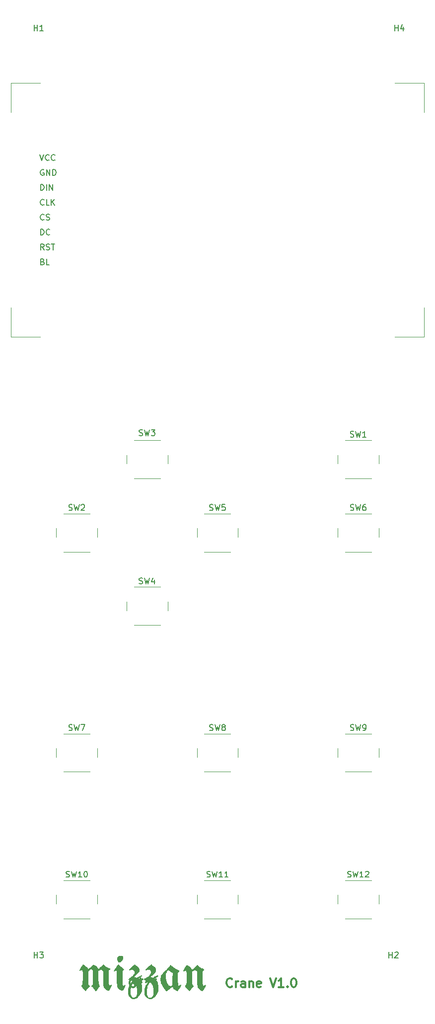
<source format=gbr>
%TF.GenerationSoftware,KiCad,Pcbnew,(6.0.8)*%
%TF.CreationDate,2022-11-03T00:25:58+01:00*%
%TF.ProjectId,crane,6372616e-652e-46b6-9963-61645f706362,rev?*%
%TF.SameCoordinates,Original*%
%TF.FileFunction,Legend,Top*%
%TF.FilePolarity,Positive*%
%FSLAX46Y46*%
G04 Gerber Fmt 4.6, Leading zero omitted, Abs format (unit mm)*
G04 Created by KiCad (PCBNEW (6.0.8)) date 2022-11-03 00:25:58*
%MOMM*%
%LPD*%
G01*
G04 APERTURE LIST*
%ADD10C,0.300000*%
%ADD11C,0.150000*%
%ADD12C,0.120000*%
G04 APERTURE END LIST*
D10*
X152500000Y-251285714D02*
X152428571Y-251357142D01*
X152214285Y-251428571D01*
X152071428Y-251428571D01*
X151857142Y-251357142D01*
X151714285Y-251214285D01*
X151642857Y-251071428D01*
X151571428Y-250785714D01*
X151571428Y-250571428D01*
X151642857Y-250285714D01*
X151714285Y-250142857D01*
X151857142Y-250000000D01*
X152071428Y-249928571D01*
X152214285Y-249928571D01*
X152428571Y-250000000D01*
X152500000Y-250071428D01*
X153142857Y-251428571D02*
X153142857Y-250428571D01*
X153142857Y-250714285D02*
X153214285Y-250571428D01*
X153285714Y-250500000D01*
X153428571Y-250428571D01*
X153571428Y-250428571D01*
X154714285Y-251428571D02*
X154714285Y-250642857D01*
X154642857Y-250500000D01*
X154500000Y-250428571D01*
X154214285Y-250428571D01*
X154071428Y-250500000D01*
X154714285Y-251357142D02*
X154571428Y-251428571D01*
X154214285Y-251428571D01*
X154071428Y-251357142D01*
X154000000Y-251214285D01*
X154000000Y-251071428D01*
X154071428Y-250928571D01*
X154214285Y-250857142D01*
X154571428Y-250857142D01*
X154714285Y-250785714D01*
X155428571Y-250428571D02*
X155428571Y-251428571D01*
X155428571Y-250571428D02*
X155500000Y-250500000D01*
X155642857Y-250428571D01*
X155857142Y-250428571D01*
X156000000Y-250500000D01*
X156071428Y-250642857D01*
X156071428Y-251428571D01*
X157357142Y-251357142D02*
X157214285Y-251428571D01*
X156928571Y-251428571D01*
X156785714Y-251357142D01*
X156714285Y-251214285D01*
X156714285Y-250642857D01*
X156785714Y-250500000D01*
X156928571Y-250428571D01*
X157214285Y-250428571D01*
X157357142Y-250500000D01*
X157428571Y-250642857D01*
X157428571Y-250785714D01*
X156714285Y-250928571D01*
X159000000Y-249928571D02*
X159500000Y-251428571D01*
X160000000Y-249928571D01*
X161285714Y-251428571D02*
X160428571Y-251428571D01*
X160857142Y-251428571D02*
X160857142Y-249928571D01*
X160714285Y-250142857D01*
X160571428Y-250285714D01*
X160428571Y-250357142D01*
X161928571Y-251285714D02*
X162000000Y-251357142D01*
X161928571Y-251428571D01*
X161857142Y-251357142D01*
X161928571Y-251285714D01*
X161928571Y-251428571D01*
X162928571Y-249928571D02*
X163071428Y-249928571D01*
X163214285Y-250000000D01*
X163285714Y-250071428D01*
X163357142Y-250214285D01*
X163428571Y-250500000D01*
X163428571Y-250857142D01*
X163357142Y-251142857D01*
X163285714Y-251285714D01*
X163214285Y-251357142D01*
X163071428Y-251428571D01*
X162928571Y-251428571D01*
X162785714Y-251357142D01*
X162714285Y-251285714D01*
X162642857Y-251142857D01*
X162571428Y-250857142D01*
X162571428Y-250500000D01*
X162642857Y-250214285D01*
X162714285Y-250071428D01*
X162785714Y-250000000D01*
X162928571Y-249928571D01*
%TO.C,G\u002A\u002A\u002A*%
X135907428Y-249988000D02*
X135762285Y-249915428D01*
X135544571Y-249915428D01*
X135326857Y-249988000D01*
X135181714Y-250133142D01*
X135109142Y-250278285D01*
X135036571Y-250568571D01*
X135036571Y-250786285D01*
X135109142Y-251076571D01*
X135181714Y-251221714D01*
X135326857Y-251366857D01*
X135544571Y-251439428D01*
X135689714Y-251439428D01*
X135907428Y-251366857D01*
X135980000Y-251294285D01*
X135980000Y-250786285D01*
X135689714Y-250786285D01*
X136850857Y-249915428D02*
X136850857Y-250278285D01*
X136488000Y-250133142D02*
X136850857Y-250278285D01*
X137213714Y-250133142D01*
X136633142Y-250568571D02*
X136850857Y-250278285D01*
X137068571Y-250568571D01*
X138012000Y-249915428D02*
X138012000Y-250278285D01*
X137649142Y-250133142D02*
X138012000Y-250278285D01*
X138374857Y-250133142D01*
X137794285Y-250568571D02*
X138012000Y-250278285D01*
X138229714Y-250568571D01*
X139173142Y-249915428D02*
X139173142Y-250278285D01*
X138810285Y-250133142D02*
X139173142Y-250278285D01*
X139536000Y-250133142D01*
X138955428Y-250568571D02*
X139173142Y-250278285D01*
X139390857Y-250568571D01*
D11*
%TO.C,U1*%
X119855595Y-123262380D02*
X119855595Y-122262380D01*
X120093690Y-122262380D01*
X120236547Y-122310000D01*
X120331785Y-122405238D01*
X120379404Y-122500476D01*
X120427023Y-122690952D01*
X120427023Y-122833809D01*
X120379404Y-123024285D01*
X120331785Y-123119523D01*
X120236547Y-123214761D01*
X120093690Y-123262380D01*
X119855595Y-123262380D01*
X121427023Y-123167142D02*
X121379404Y-123214761D01*
X121236547Y-123262380D01*
X121141309Y-123262380D01*
X120998452Y-123214761D01*
X120903214Y-123119523D01*
X120855595Y-123024285D01*
X120807976Y-122833809D01*
X120807976Y-122690952D01*
X120855595Y-122500476D01*
X120903214Y-122405238D01*
X120998452Y-122310000D01*
X121141309Y-122262380D01*
X121236547Y-122262380D01*
X121379404Y-122310000D01*
X121427023Y-122357619D01*
X120427023Y-125802380D02*
X120093690Y-125326190D01*
X119855595Y-125802380D02*
X119855595Y-124802380D01*
X120236547Y-124802380D01*
X120331785Y-124850000D01*
X120379404Y-124897619D01*
X120427023Y-124992857D01*
X120427023Y-125135714D01*
X120379404Y-125230952D01*
X120331785Y-125278571D01*
X120236547Y-125326190D01*
X119855595Y-125326190D01*
X120807976Y-125754761D02*
X120950833Y-125802380D01*
X121188928Y-125802380D01*
X121284166Y-125754761D01*
X121331785Y-125707142D01*
X121379404Y-125611904D01*
X121379404Y-125516666D01*
X121331785Y-125421428D01*
X121284166Y-125373809D01*
X121188928Y-125326190D01*
X120998452Y-125278571D01*
X120903214Y-125230952D01*
X120855595Y-125183333D01*
X120807976Y-125088095D01*
X120807976Y-124992857D01*
X120855595Y-124897619D01*
X120903214Y-124850000D01*
X120998452Y-124802380D01*
X121236547Y-124802380D01*
X121379404Y-124850000D01*
X121665119Y-124802380D02*
X122236547Y-124802380D01*
X121950833Y-125802380D02*
X121950833Y-124802380D01*
X119712738Y-109562380D02*
X120046071Y-110562380D01*
X120379404Y-109562380D01*
X121284166Y-110467142D02*
X121236547Y-110514761D01*
X121093690Y-110562380D01*
X120998452Y-110562380D01*
X120855595Y-110514761D01*
X120760357Y-110419523D01*
X120712738Y-110324285D01*
X120665119Y-110133809D01*
X120665119Y-109990952D01*
X120712738Y-109800476D01*
X120760357Y-109705238D01*
X120855595Y-109610000D01*
X120998452Y-109562380D01*
X121093690Y-109562380D01*
X121236547Y-109610000D01*
X121284166Y-109657619D01*
X122284166Y-110467142D02*
X122236547Y-110514761D01*
X122093690Y-110562380D01*
X121998452Y-110562380D01*
X121855595Y-110514761D01*
X121760357Y-110419523D01*
X121712738Y-110324285D01*
X121665119Y-110133809D01*
X121665119Y-109990952D01*
X121712738Y-109800476D01*
X121760357Y-109705238D01*
X121855595Y-109610000D01*
X121998452Y-109562380D01*
X122093690Y-109562380D01*
X122236547Y-109610000D01*
X122284166Y-109657619D01*
X120188928Y-127818571D02*
X120331785Y-127866190D01*
X120379404Y-127913809D01*
X120427023Y-128009047D01*
X120427023Y-128151904D01*
X120379404Y-128247142D01*
X120331785Y-128294761D01*
X120236547Y-128342380D01*
X119855595Y-128342380D01*
X119855595Y-127342380D01*
X120188928Y-127342380D01*
X120284166Y-127390000D01*
X120331785Y-127437619D01*
X120379404Y-127532857D01*
X120379404Y-127628095D01*
X120331785Y-127723333D01*
X120284166Y-127770952D01*
X120188928Y-127818571D01*
X119855595Y-127818571D01*
X121331785Y-128342380D02*
X120855595Y-128342380D01*
X120855595Y-127342380D01*
X120427023Y-120627142D02*
X120379404Y-120674761D01*
X120236547Y-120722380D01*
X120141309Y-120722380D01*
X119998452Y-120674761D01*
X119903214Y-120579523D01*
X119855595Y-120484285D01*
X119807976Y-120293809D01*
X119807976Y-120150952D01*
X119855595Y-119960476D01*
X119903214Y-119865238D01*
X119998452Y-119770000D01*
X120141309Y-119722380D01*
X120236547Y-119722380D01*
X120379404Y-119770000D01*
X120427023Y-119817619D01*
X120807976Y-120674761D02*
X120950833Y-120722380D01*
X121188928Y-120722380D01*
X121284166Y-120674761D01*
X121331785Y-120627142D01*
X121379404Y-120531904D01*
X121379404Y-120436666D01*
X121331785Y-120341428D01*
X121284166Y-120293809D01*
X121188928Y-120246190D01*
X120998452Y-120198571D01*
X120903214Y-120150952D01*
X120855595Y-120103333D01*
X120807976Y-120008095D01*
X120807976Y-119912857D01*
X120855595Y-119817619D01*
X120903214Y-119770000D01*
X120998452Y-119722380D01*
X121236547Y-119722380D01*
X121379404Y-119770000D01*
X120379404Y-112160000D02*
X120284166Y-112112380D01*
X120141309Y-112112380D01*
X119998452Y-112160000D01*
X119903214Y-112255238D01*
X119855595Y-112350476D01*
X119807976Y-112540952D01*
X119807976Y-112683809D01*
X119855595Y-112874285D01*
X119903214Y-112969523D01*
X119998452Y-113064761D01*
X120141309Y-113112380D01*
X120236547Y-113112380D01*
X120379404Y-113064761D01*
X120427023Y-113017142D01*
X120427023Y-112683809D01*
X120236547Y-112683809D01*
X120855595Y-113112380D02*
X120855595Y-112112380D01*
X121427023Y-113112380D01*
X121427023Y-112112380D01*
X121903214Y-113112380D02*
X121903214Y-112112380D01*
X122141309Y-112112380D01*
X122284166Y-112160000D01*
X122379404Y-112255238D01*
X122427023Y-112350476D01*
X122474642Y-112540952D01*
X122474642Y-112683809D01*
X122427023Y-112874285D01*
X122379404Y-112969523D01*
X122284166Y-113064761D01*
X122141309Y-113112380D01*
X121903214Y-113112380D01*
X120427023Y-118087142D02*
X120379404Y-118134761D01*
X120236547Y-118182380D01*
X120141309Y-118182380D01*
X119998452Y-118134761D01*
X119903214Y-118039523D01*
X119855595Y-117944285D01*
X119807976Y-117753809D01*
X119807976Y-117610952D01*
X119855595Y-117420476D01*
X119903214Y-117325238D01*
X119998452Y-117230000D01*
X120141309Y-117182380D01*
X120236547Y-117182380D01*
X120379404Y-117230000D01*
X120427023Y-117277619D01*
X121331785Y-118182380D02*
X120855595Y-118182380D01*
X120855595Y-117182380D01*
X121665119Y-118182380D02*
X121665119Y-117182380D01*
X122236547Y-118182380D02*
X121807976Y-117610952D01*
X122236547Y-117182380D02*
X121665119Y-117753809D01*
X119855595Y-115642380D02*
X119855595Y-114642380D01*
X120093690Y-114642380D01*
X120236547Y-114690000D01*
X120331785Y-114785238D01*
X120379404Y-114880476D01*
X120427023Y-115070952D01*
X120427023Y-115213809D01*
X120379404Y-115404285D01*
X120331785Y-115499523D01*
X120236547Y-115594761D01*
X120093690Y-115642380D01*
X119855595Y-115642380D01*
X120855595Y-115642380D02*
X120855595Y-114642380D01*
X121331785Y-115642380D02*
X121331785Y-114642380D01*
X121903214Y-115642380D01*
X121903214Y-114642380D01*
%TO.C,SW11*%
X148190476Y-232654761D02*
X148333333Y-232702380D01*
X148571428Y-232702380D01*
X148666666Y-232654761D01*
X148714285Y-232607142D01*
X148761904Y-232511904D01*
X148761904Y-232416666D01*
X148714285Y-232321428D01*
X148666666Y-232273809D01*
X148571428Y-232226190D01*
X148380952Y-232178571D01*
X148285714Y-232130952D01*
X148238095Y-232083333D01*
X148190476Y-231988095D01*
X148190476Y-231892857D01*
X148238095Y-231797619D01*
X148285714Y-231750000D01*
X148380952Y-231702380D01*
X148619047Y-231702380D01*
X148761904Y-231750000D01*
X149095238Y-231702380D02*
X149333333Y-232702380D01*
X149523809Y-231988095D01*
X149714285Y-232702380D01*
X149952380Y-231702380D01*
X150857142Y-232702380D02*
X150285714Y-232702380D01*
X150571428Y-232702380D02*
X150571428Y-231702380D01*
X150476190Y-231845238D01*
X150380952Y-231940476D01*
X150285714Y-231988095D01*
X151809523Y-232702380D02*
X151238095Y-232702380D01*
X151523809Y-232702380D02*
X151523809Y-231702380D01*
X151428571Y-231845238D01*
X151333333Y-231940476D01*
X151238095Y-231988095D01*
%TO.C,SW5*%
X148666666Y-170154761D02*
X148809523Y-170202380D01*
X149047619Y-170202380D01*
X149142857Y-170154761D01*
X149190476Y-170107142D01*
X149238095Y-170011904D01*
X149238095Y-169916666D01*
X149190476Y-169821428D01*
X149142857Y-169773809D01*
X149047619Y-169726190D01*
X148857142Y-169678571D01*
X148761904Y-169630952D01*
X148714285Y-169583333D01*
X148666666Y-169488095D01*
X148666666Y-169392857D01*
X148714285Y-169297619D01*
X148761904Y-169250000D01*
X148857142Y-169202380D01*
X149095238Y-169202380D01*
X149238095Y-169250000D01*
X149571428Y-169202380D02*
X149809523Y-170202380D01*
X150000000Y-169488095D01*
X150190476Y-170202380D01*
X150428571Y-169202380D01*
X151285714Y-169202380D02*
X150809523Y-169202380D01*
X150761904Y-169678571D01*
X150809523Y-169630952D01*
X150904761Y-169583333D01*
X151142857Y-169583333D01*
X151238095Y-169630952D01*
X151285714Y-169678571D01*
X151333333Y-169773809D01*
X151333333Y-170011904D01*
X151285714Y-170107142D01*
X151238095Y-170154761D01*
X151142857Y-170202380D01*
X150904761Y-170202380D01*
X150809523Y-170154761D01*
X150761904Y-170107142D01*
%TO.C,SW8*%
X148666666Y-207654761D02*
X148809523Y-207702380D01*
X149047619Y-207702380D01*
X149142857Y-207654761D01*
X149190476Y-207607142D01*
X149238095Y-207511904D01*
X149238095Y-207416666D01*
X149190476Y-207321428D01*
X149142857Y-207273809D01*
X149047619Y-207226190D01*
X148857142Y-207178571D01*
X148761904Y-207130952D01*
X148714285Y-207083333D01*
X148666666Y-206988095D01*
X148666666Y-206892857D01*
X148714285Y-206797619D01*
X148761904Y-206750000D01*
X148857142Y-206702380D01*
X149095238Y-206702380D01*
X149238095Y-206750000D01*
X149571428Y-206702380D02*
X149809523Y-207702380D01*
X150000000Y-206988095D01*
X150190476Y-207702380D01*
X150428571Y-206702380D01*
X150952380Y-207130952D02*
X150857142Y-207083333D01*
X150809523Y-207035714D01*
X150761904Y-206940476D01*
X150761904Y-206892857D01*
X150809523Y-206797619D01*
X150857142Y-206750000D01*
X150952380Y-206702380D01*
X151142857Y-206702380D01*
X151238095Y-206750000D01*
X151285714Y-206797619D01*
X151333333Y-206892857D01*
X151333333Y-206940476D01*
X151285714Y-207035714D01*
X151238095Y-207083333D01*
X151142857Y-207130952D01*
X150952380Y-207130952D01*
X150857142Y-207178571D01*
X150809523Y-207226190D01*
X150761904Y-207321428D01*
X150761904Y-207511904D01*
X150809523Y-207607142D01*
X150857142Y-207654761D01*
X150952380Y-207702380D01*
X151142857Y-207702380D01*
X151238095Y-207654761D01*
X151285714Y-207607142D01*
X151333333Y-207511904D01*
X151333333Y-207321428D01*
X151285714Y-207226190D01*
X151238095Y-207178571D01*
X151142857Y-207130952D01*
%TO.C,H2*%
X179238095Y-246452380D02*
X179238095Y-245452380D01*
X179238095Y-245928571D02*
X179809523Y-245928571D01*
X179809523Y-246452380D02*
X179809523Y-245452380D01*
X180238095Y-245547619D02*
X180285714Y-245500000D01*
X180380952Y-245452380D01*
X180619047Y-245452380D01*
X180714285Y-245500000D01*
X180761904Y-245547619D01*
X180809523Y-245642857D01*
X180809523Y-245738095D01*
X180761904Y-245880952D01*
X180190476Y-246452380D01*
X180809523Y-246452380D01*
%TO.C,SW10*%
X124190476Y-232654761D02*
X124333333Y-232702380D01*
X124571428Y-232702380D01*
X124666666Y-232654761D01*
X124714285Y-232607142D01*
X124761904Y-232511904D01*
X124761904Y-232416666D01*
X124714285Y-232321428D01*
X124666666Y-232273809D01*
X124571428Y-232226190D01*
X124380952Y-232178571D01*
X124285714Y-232130952D01*
X124238095Y-232083333D01*
X124190476Y-231988095D01*
X124190476Y-231892857D01*
X124238095Y-231797619D01*
X124285714Y-231750000D01*
X124380952Y-231702380D01*
X124619047Y-231702380D01*
X124761904Y-231750000D01*
X125095238Y-231702380D02*
X125333333Y-232702380D01*
X125523809Y-231988095D01*
X125714285Y-232702380D01*
X125952380Y-231702380D01*
X126857142Y-232702380D02*
X126285714Y-232702380D01*
X126571428Y-232702380D02*
X126571428Y-231702380D01*
X126476190Y-231845238D01*
X126380952Y-231940476D01*
X126285714Y-231988095D01*
X127476190Y-231702380D02*
X127571428Y-231702380D01*
X127666666Y-231750000D01*
X127714285Y-231797619D01*
X127761904Y-231892857D01*
X127809523Y-232083333D01*
X127809523Y-232321428D01*
X127761904Y-232511904D01*
X127714285Y-232607142D01*
X127666666Y-232654761D01*
X127571428Y-232702380D01*
X127476190Y-232702380D01*
X127380952Y-232654761D01*
X127333333Y-232607142D01*
X127285714Y-232511904D01*
X127238095Y-232321428D01*
X127238095Y-232083333D01*
X127285714Y-231892857D01*
X127333333Y-231797619D01*
X127380952Y-231750000D01*
X127476190Y-231702380D01*
%TO.C,H3*%
X118738095Y-246452380D02*
X118738095Y-245452380D01*
X118738095Y-245928571D02*
X119309523Y-245928571D01*
X119309523Y-246452380D02*
X119309523Y-245452380D01*
X119690476Y-245452380D02*
X120309523Y-245452380D01*
X119976190Y-245833333D01*
X120119047Y-245833333D01*
X120214285Y-245880952D01*
X120261904Y-245928571D01*
X120309523Y-246023809D01*
X120309523Y-246261904D01*
X120261904Y-246357142D01*
X120214285Y-246404761D01*
X120119047Y-246452380D01*
X119833333Y-246452380D01*
X119738095Y-246404761D01*
X119690476Y-246357142D01*
%TO.C,SW12*%
X172190476Y-232654761D02*
X172333333Y-232702380D01*
X172571428Y-232702380D01*
X172666666Y-232654761D01*
X172714285Y-232607142D01*
X172761904Y-232511904D01*
X172761904Y-232416666D01*
X172714285Y-232321428D01*
X172666666Y-232273809D01*
X172571428Y-232226190D01*
X172380952Y-232178571D01*
X172285714Y-232130952D01*
X172238095Y-232083333D01*
X172190476Y-231988095D01*
X172190476Y-231892857D01*
X172238095Y-231797619D01*
X172285714Y-231750000D01*
X172380952Y-231702380D01*
X172619047Y-231702380D01*
X172761904Y-231750000D01*
X173095238Y-231702380D02*
X173333333Y-232702380D01*
X173523809Y-231988095D01*
X173714285Y-232702380D01*
X173952380Y-231702380D01*
X174857142Y-232702380D02*
X174285714Y-232702380D01*
X174571428Y-232702380D02*
X174571428Y-231702380D01*
X174476190Y-231845238D01*
X174380952Y-231940476D01*
X174285714Y-231988095D01*
X175238095Y-231797619D02*
X175285714Y-231750000D01*
X175380952Y-231702380D01*
X175619047Y-231702380D01*
X175714285Y-231750000D01*
X175761904Y-231797619D01*
X175809523Y-231892857D01*
X175809523Y-231988095D01*
X175761904Y-232130952D01*
X175190476Y-232702380D01*
X175809523Y-232702380D01*
%TO.C,SW1*%
X172666666Y-157654761D02*
X172809523Y-157702380D01*
X173047619Y-157702380D01*
X173142857Y-157654761D01*
X173190476Y-157607142D01*
X173238095Y-157511904D01*
X173238095Y-157416666D01*
X173190476Y-157321428D01*
X173142857Y-157273809D01*
X173047619Y-157226190D01*
X172857142Y-157178571D01*
X172761904Y-157130952D01*
X172714285Y-157083333D01*
X172666666Y-156988095D01*
X172666666Y-156892857D01*
X172714285Y-156797619D01*
X172761904Y-156750000D01*
X172857142Y-156702380D01*
X173095238Y-156702380D01*
X173238095Y-156750000D01*
X173571428Y-156702380D02*
X173809523Y-157702380D01*
X174000000Y-156988095D01*
X174190476Y-157702380D01*
X174428571Y-156702380D01*
X175333333Y-157702380D02*
X174761904Y-157702380D01*
X175047619Y-157702380D02*
X175047619Y-156702380D01*
X174952380Y-156845238D01*
X174857142Y-156940476D01*
X174761904Y-156988095D01*
%TO.C,H4*%
X180238095Y-88452380D02*
X180238095Y-87452380D01*
X180238095Y-87928571D02*
X180809523Y-87928571D01*
X180809523Y-88452380D02*
X180809523Y-87452380D01*
X181714285Y-87785714D02*
X181714285Y-88452380D01*
X181476190Y-87404761D02*
X181238095Y-88119047D01*
X181857142Y-88119047D01*
%TO.C,SW3*%
X136666666Y-157404761D02*
X136809523Y-157452380D01*
X137047619Y-157452380D01*
X137142857Y-157404761D01*
X137190476Y-157357142D01*
X137238095Y-157261904D01*
X137238095Y-157166666D01*
X137190476Y-157071428D01*
X137142857Y-157023809D01*
X137047619Y-156976190D01*
X136857142Y-156928571D01*
X136761904Y-156880952D01*
X136714285Y-156833333D01*
X136666666Y-156738095D01*
X136666666Y-156642857D01*
X136714285Y-156547619D01*
X136761904Y-156500000D01*
X136857142Y-156452380D01*
X137095238Y-156452380D01*
X137238095Y-156500000D01*
X137571428Y-156452380D02*
X137809523Y-157452380D01*
X138000000Y-156738095D01*
X138190476Y-157452380D01*
X138428571Y-156452380D01*
X138714285Y-156452380D02*
X139333333Y-156452380D01*
X139000000Y-156833333D01*
X139142857Y-156833333D01*
X139238095Y-156880952D01*
X139285714Y-156928571D01*
X139333333Y-157023809D01*
X139333333Y-157261904D01*
X139285714Y-157357142D01*
X139238095Y-157404761D01*
X139142857Y-157452380D01*
X138857142Y-157452380D01*
X138761904Y-157404761D01*
X138714285Y-157357142D01*
%TO.C,SW9*%
X172666666Y-207654761D02*
X172809523Y-207702380D01*
X173047619Y-207702380D01*
X173142857Y-207654761D01*
X173190476Y-207607142D01*
X173238095Y-207511904D01*
X173238095Y-207416666D01*
X173190476Y-207321428D01*
X173142857Y-207273809D01*
X173047619Y-207226190D01*
X172857142Y-207178571D01*
X172761904Y-207130952D01*
X172714285Y-207083333D01*
X172666666Y-206988095D01*
X172666666Y-206892857D01*
X172714285Y-206797619D01*
X172761904Y-206750000D01*
X172857142Y-206702380D01*
X173095238Y-206702380D01*
X173238095Y-206750000D01*
X173571428Y-206702380D02*
X173809523Y-207702380D01*
X174000000Y-206988095D01*
X174190476Y-207702380D01*
X174428571Y-206702380D01*
X174857142Y-207702380D02*
X175047619Y-207702380D01*
X175142857Y-207654761D01*
X175190476Y-207607142D01*
X175285714Y-207464285D01*
X175333333Y-207273809D01*
X175333333Y-206892857D01*
X175285714Y-206797619D01*
X175238095Y-206750000D01*
X175142857Y-206702380D01*
X174952380Y-206702380D01*
X174857142Y-206750000D01*
X174809523Y-206797619D01*
X174761904Y-206892857D01*
X174761904Y-207130952D01*
X174809523Y-207226190D01*
X174857142Y-207273809D01*
X174952380Y-207321428D01*
X175142857Y-207321428D01*
X175238095Y-207273809D01*
X175285714Y-207226190D01*
X175333333Y-207130952D01*
%TO.C,SW2*%
X124666666Y-170154761D02*
X124809523Y-170202380D01*
X125047619Y-170202380D01*
X125142857Y-170154761D01*
X125190476Y-170107142D01*
X125238095Y-170011904D01*
X125238095Y-169916666D01*
X125190476Y-169821428D01*
X125142857Y-169773809D01*
X125047619Y-169726190D01*
X124857142Y-169678571D01*
X124761904Y-169630952D01*
X124714285Y-169583333D01*
X124666666Y-169488095D01*
X124666666Y-169392857D01*
X124714285Y-169297619D01*
X124761904Y-169250000D01*
X124857142Y-169202380D01*
X125095238Y-169202380D01*
X125238095Y-169250000D01*
X125571428Y-169202380D02*
X125809523Y-170202380D01*
X126000000Y-169488095D01*
X126190476Y-170202380D01*
X126428571Y-169202380D01*
X126761904Y-169297619D02*
X126809523Y-169250000D01*
X126904761Y-169202380D01*
X127142857Y-169202380D01*
X127238095Y-169250000D01*
X127285714Y-169297619D01*
X127333333Y-169392857D01*
X127333333Y-169488095D01*
X127285714Y-169630952D01*
X126714285Y-170202380D01*
X127333333Y-170202380D01*
%TO.C,SW7*%
X124666666Y-207654761D02*
X124809523Y-207702380D01*
X125047619Y-207702380D01*
X125142857Y-207654761D01*
X125190476Y-207607142D01*
X125238095Y-207511904D01*
X125238095Y-207416666D01*
X125190476Y-207321428D01*
X125142857Y-207273809D01*
X125047619Y-207226190D01*
X124857142Y-207178571D01*
X124761904Y-207130952D01*
X124714285Y-207083333D01*
X124666666Y-206988095D01*
X124666666Y-206892857D01*
X124714285Y-206797619D01*
X124761904Y-206750000D01*
X124857142Y-206702380D01*
X125095238Y-206702380D01*
X125238095Y-206750000D01*
X125571428Y-206702380D02*
X125809523Y-207702380D01*
X126000000Y-206988095D01*
X126190476Y-207702380D01*
X126428571Y-206702380D01*
X126714285Y-206702380D02*
X127380952Y-206702380D01*
X126952380Y-207702380D01*
%TO.C,H1*%
X118738095Y-88452380D02*
X118738095Y-87452380D01*
X118738095Y-87928571D02*
X119309523Y-87928571D01*
X119309523Y-88452380D02*
X119309523Y-87452380D01*
X120309523Y-88452380D02*
X119738095Y-88452380D01*
X120023809Y-88452380D02*
X120023809Y-87452380D01*
X119928571Y-87595238D01*
X119833333Y-87690476D01*
X119738095Y-87738095D01*
%TO.C,SW4*%
X136666666Y-182654761D02*
X136809523Y-182702380D01*
X137047619Y-182702380D01*
X137142857Y-182654761D01*
X137190476Y-182607142D01*
X137238095Y-182511904D01*
X137238095Y-182416666D01*
X137190476Y-182321428D01*
X137142857Y-182273809D01*
X137047619Y-182226190D01*
X136857142Y-182178571D01*
X136761904Y-182130952D01*
X136714285Y-182083333D01*
X136666666Y-181988095D01*
X136666666Y-181892857D01*
X136714285Y-181797619D01*
X136761904Y-181750000D01*
X136857142Y-181702380D01*
X137095238Y-181702380D01*
X137238095Y-181750000D01*
X137571428Y-181702380D02*
X137809523Y-182702380D01*
X138000000Y-181988095D01*
X138190476Y-182702380D01*
X138428571Y-181702380D01*
X139238095Y-182035714D02*
X139238095Y-182702380D01*
X139000000Y-181654761D02*
X138761904Y-182369047D01*
X139380952Y-182369047D01*
%TO.C,SW6*%
X172666666Y-170154761D02*
X172809523Y-170202380D01*
X173047619Y-170202380D01*
X173142857Y-170154761D01*
X173190476Y-170107142D01*
X173238095Y-170011904D01*
X173238095Y-169916666D01*
X173190476Y-169821428D01*
X173142857Y-169773809D01*
X173047619Y-169726190D01*
X172857142Y-169678571D01*
X172761904Y-169630952D01*
X172714285Y-169583333D01*
X172666666Y-169488095D01*
X172666666Y-169392857D01*
X172714285Y-169297619D01*
X172761904Y-169250000D01*
X172857142Y-169202380D01*
X173095238Y-169202380D01*
X173238095Y-169250000D01*
X173571428Y-169202380D02*
X173809523Y-170202380D01*
X174000000Y-169488095D01*
X174190476Y-170202380D01*
X174428571Y-169202380D01*
X175238095Y-169202380D02*
X175047619Y-169202380D01*
X174952380Y-169250000D01*
X174904761Y-169297619D01*
X174809523Y-169440476D01*
X174761904Y-169630952D01*
X174761904Y-170011904D01*
X174809523Y-170107142D01*
X174857142Y-170154761D01*
X174952380Y-170202380D01*
X175142857Y-170202380D01*
X175238095Y-170154761D01*
X175285714Y-170107142D01*
X175333333Y-170011904D01*
X175333333Y-169773809D01*
X175285714Y-169678571D01*
X175238095Y-169630952D01*
X175142857Y-169583333D01*
X174952380Y-169583333D01*
X174857142Y-169630952D01*
X174809523Y-169678571D01*
X174761904Y-169773809D01*
%TO.C,G\u002A\u002A\u002A*%
G36*
X134741433Y-251891986D02*
G01*
X134763535Y-251739245D01*
X134831403Y-251499352D01*
X134942075Y-251233724D01*
X135080644Y-250972116D01*
X135232200Y-250744287D01*
X135308036Y-250652506D01*
X135399018Y-250548303D01*
X135463514Y-250466938D01*
X135487224Y-250426849D01*
X135451040Y-250394073D01*
X135353118Y-250348074D01*
X135209408Y-250295223D01*
X135035856Y-250241896D01*
X134999015Y-250231746D01*
X134884613Y-250191301D01*
X134806712Y-250146024D01*
X134789974Y-250125604D01*
X134811890Y-250074234D01*
X134900029Y-249986025D01*
X135051167Y-249864033D01*
X135121306Y-249811753D01*
X135407017Y-249589025D01*
X135621797Y-249390051D01*
X135769455Y-249209757D01*
X135853802Y-249043066D01*
X135878648Y-248884903D01*
X135871045Y-248813077D01*
X135805183Y-248652443D01*
X135685436Y-248540763D01*
X135525273Y-248483659D01*
X135338166Y-248486756D01*
X135192930Y-248530000D01*
X135083510Y-248569335D01*
X134998225Y-248589357D01*
X134987722Y-248590000D01*
X134937135Y-248561323D01*
X134929550Y-248491784D01*
X134962106Y-248406117D01*
X135016483Y-248341414D01*
X135079463Y-248283987D01*
X135185272Y-248184418D01*
X135319413Y-248056457D01*
X135467390Y-247913856D01*
X135474753Y-247906723D01*
X135660258Y-247734054D01*
X135801326Y-247620489D01*
X135903984Y-247562987D01*
X135974258Y-247558510D01*
X136018173Y-247604017D01*
X136027425Y-247627953D01*
X136083417Y-247702772D01*
X136137249Y-247732856D01*
X136222562Y-247780911D01*
X136337656Y-247871896D01*
X136461998Y-247986483D01*
X136575053Y-248105343D01*
X136656285Y-248209146D01*
X136672584Y-248236754D01*
X136706667Y-248343144D01*
X136726831Y-248484510D01*
X136729180Y-248545936D01*
X136723928Y-248656782D01*
X136700447Y-248745085D01*
X136647144Y-248836674D01*
X136552428Y-248957381D01*
X136535329Y-248977923D01*
X136240791Y-249293543D01*
X135934328Y-249553166D01*
X135907906Y-249572359D01*
X135792949Y-249654719D01*
X136014056Y-249744318D01*
X136235164Y-249833918D01*
X136549729Y-249648235D01*
X136707513Y-249561502D01*
X136856346Y-249490729D01*
X136971488Y-249447314D01*
X137000601Y-249440467D01*
X137091333Y-249431031D01*
X137125026Y-249451488D01*
X137123344Y-249509310D01*
X137087948Y-249576835D01*
X136995019Y-249656088D01*
X136835737Y-249754535D01*
X136829338Y-249758147D01*
X136692926Y-249836740D01*
X136582711Y-249903529D01*
X136518348Y-249946515D01*
X136511967Y-249951898D01*
X136518589Y-249998110D01*
X136577770Y-250086587D01*
X136682195Y-250206430D01*
X136684403Y-250208764D01*
X136808330Y-250356429D01*
X136924839Y-250523357D01*
X137001774Y-250659894D01*
X137042413Y-250750413D01*
X137071340Y-250831715D01*
X137090539Y-250919823D01*
X137101994Y-251030762D01*
X137107690Y-251180555D01*
X137109612Y-251385225D01*
X137109779Y-251531935D01*
X137109779Y-252173870D01*
X136954351Y-252488002D01*
X136824221Y-252712544D01*
X136664307Y-252929258D01*
X136488170Y-253124080D01*
X136309374Y-253282942D01*
X136141479Y-253391779D01*
X136047807Y-253428227D01*
X135898149Y-253465949D01*
X135799704Y-253485657D01*
X135726250Y-253489885D01*
X135651564Y-253481166D01*
X135599366Y-253471561D01*
X135386076Y-253394964D01*
X135177479Y-253255911D01*
X134992908Y-253070601D01*
X134851694Y-252855231D01*
X134843247Y-252838019D01*
X134781801Y-252652956D01*
X134743103Y-252416420D01*
X134732966Y-252227599D01*
X135169202Y-252227599D01*
X135188971Y-252519607D01*
X135245454Y-252780015D01*
X135339442Y-252995481D01*
X135452348Y-253136006D01*
X135605674Y-253227262D01*
X135772568Y-253243847D01*
X135940423Y-253186703D01*
X136065191Y-253090276D01*
X136184306Y-252917650D01*
X136263817Y-252679821D01*
X136302905Y-252381590D01*
X136300748Y-252027761D01*
X136282524Y-251818638D01*
X136216007Y-251444898D01*
X136107289Y-251115926D01*
X135969556Y-250858533D01*
X135875041Y-250729348D01*
X135792973Y-250636503D01*
X135734741Y-250591819D01*
X135714998Y-250594299D01*
X135686910Y-250633123D01*
X135627945Y-250713531D01*
X135593344Y-250760516D01*
X135441423Y-251010399D01*
X135322257Y-251295391D01*
X135236637Y-251602149D01*
X135185355Y-251917332D01*
X135169202Y-252227599D01*
X134732966Y-252227599D01*
X134729024Y-252154175D01*
X134741433Y-251891986D01*
G37*
G36*
X137536438Y-251861021D02*
G01*
X137552762Y-251730888D01*
X137583313Y-251606438D01*
X137611086Y-251519667D01*
X137761809Y-251167970D01*
X137974453Y-250829721D01*
X138126582Y-250636965D01*
X138218999Y-250524303D01*
X138261692Y-250449366D01*
X138248421Y-250397674D01*
X138172946Y-250354745D01*
X138029026Y-250306098D01*
X137977037Y-250289923D01*
X137772715Y-250224023D01*
X137642057Y-250170842D01*
X137581616Y-250121361D01*
X137587943Y-250066564D01*
X137657591Y-249997432D01*
X137787113Y-249904947D01*
X137821099Y-249882048D01*
X138146374Y-249644165D01*
X138393936Y-249419524D01*
X138563605Y-249208449D01*
X138655203Y-249011264D01*
X138668549Y-248828294D01*
X138603466Y-248659862D01*
X138540332Y-248580000D01*
X138409226Y-248495228D01*
X138243445Y-248467797D01*
X138066303Y-248499839D01*
X137996604Y-248530246D01*
X137861302Y-248583302D01*
X137770951Y-248580740D01*
X137731867Y-248523146D01*
X137730757Y-248505558D01*
X137761788Y-248438113D01*
X137853683Y-248322871D01*
X138004646Y-248161898D01*
X138181467Y-247987381D01*
X138385018Y-247796758D01*
X138542180Y-247663006D01*
X138659194Y-247582677D01*
X138742303Y-247552320D01*
X138797747Y-247568486D01*
X138831769Y-247627725D01*
X138831842Y-247627953D01*
X138887833Y-247702772D01*
X138941666Y-247732856D01*
X139028036Y-247781459D01*
X139143882Y-247873291D01*
X139268753Y-247989008D01*
X139382202Y-248109267D01*
X139463778Y-248214724D01*
X139479552Y-248241681D01*
X139532074Y-248417085D01*
X139531227Y-248610925D01*
X139480981Y-248775559D01*
X139390530Y-248913044D01*
X139253556Y-249076919D01*
X139088843Y-249247225D01*
X138915177Y-249404003D01*
X138815892Y-249482244D01*
X138594289Y-249645694D01*
X138810012Y-249743428D01*
X138937662Y-249797041D01*
X139019152Y-249816380D01*
X139078867Y-249805102D01*
X139109398Y-249788361D01*
X139374297Y-249630389D01*
X139589175Y-249521933D01*
X139751697Y-249463743D01*
X139859524Y-249456570D01*
X139910320Y-249501162D01*
X139914196Y-249530000D01*
X139877690Y-249609224D01*
X139794006Y-249671189D01*
X139657629Y-249744108D01*
X139521483Y-249822594D01*
X139403464Y-249895608D01*
X139321466Y-249952108D01*
X139293218Y-249980184D01*
X139318938Y-250017813D01*
X139387064Y-250097085D01*
X139484045Y-250202384D01*
X139506997Y-250226539D01*
X139646189Y-250384199D01*
X139750301Y-250536137D01*
X139824120Y-250697977D01*
X139872429Y-250885339D01*
X139900014Y-251113846D01*
X139911660Y-251399119D01*
X139912979Y-251551960D01*
X139914196Y-252173921D01*
X139765425Y-252474578D01*
X139649875Y-252675079D01*
X139502458Y-252885155D01*
X139375677Y-253037806D01*
X139133445Y-253263899D01*
X138893655Y-253410749D01*
X138654484Y-253478999D01*
X138414109Y-253469292D01*
X138271609Y-253427501D01*
X138030726Y-253294061D01*
X137815231Y-253093462D01*
X137661243Y-252877923D01*
X137611940Y-252786887D01*
X137578861Y-252699874D01*
X137557992Y-252596318D01*
X137545319Y-252455649D01*
X137536826Y-252257302D01*
X137536167Y-252237074D01*
X137534795Y-252169893D01*
X137974516Y-252169893D01*
X137979239Y-252327693D01*
X138006742Y-252627587D01*
X138061602Y-252859760D01*
X138147327Y-253032867D01*
X138267428Y-253155562D01*
X138331079Y-253195280D01*
X138453603Y-253252219D01*
X138549103Y-253264328D01*
X138656193Y-253232657D01*
X138715633Y-253205741D01*
X138858123Y-253098468D01*
X138978729Y-252930026D01*
X139057348Y-252741419D01*
X139080043Y-252612786D01*
X139092256Y-252427000D01*
X139094375Y-252206170D01*
X139086790Y-251972403D01*
X139069889Y-251747808D01*
X139044061Y-251554491D01*
X139035710Y-251511015D01*
X138974066Y-251291350D01*
X138884609Y-251068236D01*
X138779119Y-250866139D01*
X138669378Y-250709528D01*
X138629627Y-250667608D01*
X138570110Y-250621227D01*
X138517729Y-250610663D01*
X138464370Y-250643656D01*
X138401916Y-250727947D01*
X138322255Y-250871275D01*
X138236085Y-251042995D01*
X138109870Y-251328644D01*
X138027968Y-251592851D01*
X137984731Y-251863855D01*
X137974516Y-252169893D01*
X137534795Y-252169893D01*
X137531766Y-252021521D01*
X137536438Y-251861021D01*
G37*
G36*
X140501986Y-249277354D02*
G01*
X140663902Y-249043549D01*
X140882469Y-248800182D01*
X141163380Y-248536556D01*
X141345275Y-248380096D01*
X141482451Y-248251366D01*
X141633500Y-248088983D01*
X141767938Y-247925919D01*
X141779852Y-247910096D01*
X141876538Y-247784390D01*
X141956591Y-247687889D01*
X142007488Y-247635380D01*
X142017073Y-247630000D01*
X142057707Y-247654915D01*
X142142777Y-247721706D01*
X142257429Y-247818436D01*
X142322054Y-247875049D01*
X142606069Y-248111886D01*
X142860791Y-248290527D01*
X143100264Y-248420063D01*
X143266465Y-248486432D01*
X143395371Y-248535976D01*
X143489711Y-248582063D01*
X143527468Y-248612747D01*
X143511243Y-248664853D01*
X143454282Y-248748827D01*
X143418938Y-248790869D01*
X143338605Y-248894380D01*
X143283614Y-248990165D01*
X143274366Y-249016163D01*
X143268726Y-249079704D01*
X143264725Y-249211118D01*
X143262459Y-249398293D01*
X143262025Y-249629116D01*
X143263519Y-249891477D01*
X143265808Y-250090587D01*
X143270449Y-250397990D01*
X143275340Y-250635200D01*
X143281331Y-250812022D01*
X143289272Y-250938259D01*
X143300013Y-251023716D01*
X143314406Y-251078198D01*
X143333300Y-251111510D01*
X143356177Y-251132465D01*
X143416905Y-251164145D01*
X143480188Y-251153974D01*
X143561222Y-251109207D01*
X143663107Y-251056589D01*
X143746032Y-251030590D01*
X143754966Y-251030000D01*
X143808885Y-251059487D01*
X143817071Y-251137602D01*
X143781669Y-251248823D01*
X143707462Y-251373998D01*
X143631135Y-251488122D01*
X143536946Y-251641020D01*
X143444526Y-251800763D01*
X143439393Y-251810000D01*
X143340972Y-251979987D01*
X143268125Y-252086200D01*
X143213703Y-252137884D01*
X143179338Y-252146279D01*
X143136706Y-252127885D01*
X143041973Y-252081441D01*
X142913918Y-252016204D01*
X142885615Y-252001536D01*
X142714363Y-251902191D01*
X142595069Y-251803845D01*
X142502661Y-251685477D01*
X142495761Y-251674643D01*
X142430523Y-251562505D01*
X142388033Y-251473301D01*
X142378837Y-251440000D01*
X142365085Y-251393394D01*
X142357657Y-251390000D01*
X142316800Y-251412667D01*
X142227529Y-251473345D01*
X142104771Y-251561051D01*
X141963453Y-251664798D01*
X141818501Y-251773602D01*
X141684843Y-251876479D01*
X141577404Y-251962444D01*
X141559587Y-251977306D01*
X141449532Y-252053281D01*
X141343163Y-252099842D01*
X141259584Y-252111758D01*
X141217899Y-252083797D01*
X141216246Y-252071328D01*
X141191436Y-252027722D01*
X141123810Y-251937186D01*
X141023572Y-251812769D01*
X140900929Y-251667519D01*
X140895587Y-251661328D01*
X140660908Y-251360643D01*
X140492018Y-251072300D01*
X140380754Y-250777846D01*
X140318952Y-250458830D01*
X140306986Y-250330845D01*
X140299221Y-250028342D01*
X140325338Y-249759055D01*
X140367374Y-249601150D01*
X141209851Y-249601150D01*
X141221370Y-249922159D01*
X141271645Y-250236321D01*
X141357428Y-250530546D01*
X141475470Y-250791747D01*
X141622524Y-251006835D01*
X141795341Y-251162720D01*
X141864920Y-251202654D01*
X142010537Y-251246173D01*
X142138771Y-251217370D01*
X142245599Y-251135891D01*
X142272527Y-251106867D01*
X142293416Y-251072270D01*
X142309138Y-251022140D01*
X142320564Y-250946517D01*
X142328567Y-250835443D01*
X142334018Y-250678958D01*
X142337790Y-250467103D01*
X142340754Y-250189918D01*
X142342124Y-250033230D01*
X142350779Y-249016461D01*
X142158719Y-248906634D01*
X142011033Y-248811163D01*
X141862348Y-248698338D01*
X141810445Y-248653403D01*
X141712887Y-248572191D01*
X141632982Y-248520213D01*
X141602869Y-248510000D01*
X141550396Y-248544997D01*
X141481862Y-248638726D01*
X141407339Y-248774296D01*
X141336901Y-248934813D01*
X141316070Y-248990945D01*
X141240334Y-249286383D01*
X141209851Y-249601150D01*
X140367374Y-249601150D01*
X140391029Y-249512291D01*
X140501986Y-249277354D01*
G37*
G36*
X130589894Y-247575190D02*
G01*
X130675762Y-247643226D01*
X130792949Y-247742800D01*
X130889671Y-247828322D01*
X131070812Y-247981893D01*
X131219584Y-248085291D01*
X131354143Y-248150433D01*
X131407629Y-248168322D01*
X131533251Y-248203053D01*
X131630455Y-248225424D01*
X131664184Y-248230000D01*
X131717957Y-248262426D01*
X131738868Y-248298030D01*
X131730457Y-248370740D01*
X131653775Y-248466960D01*
X131627292Y-248492033D01*
X131489570Y-248618004D01*
X131459964Y-249091094D01*
X131448972Y-249337743D01*
X131444510Y-249607475D01*
X131445999Y-249887600D01*
X131452859Y-250165427D01*
X131464512Y-250428264D01*
X131480379Y-250663419D01*
X131499882Y-250858202D01*
X131522443Y-250999920D01*
X131547481Y-251075883D01*
X131550645Y-251080000D01*
X131646323Y-251143109D01*
X131745152Y-251126896D01*
X131814466Y-251067305D01*
X131892945Y-251005801D01*
X131949926Y-251018920D01*
X131975806Y-251102173D01*
X131975955Y-251142808D01*
X131951900Y-251240645D01*
X131893367Y-251376797D01*
X131810663Y-251534508D01*
X131714093Y-251697016D01*
X131613965Y-251847564D01*
X131520582Y-251969391D01*
X131444253Y-252045740D01*
X131410162Y-252062866D01*
X131296371Y-252045401D01*
X131154004Y-251975348D01*
X130999701Y-251866161D01*
X130850101Y-251731297D01*
X130721845Y-251584210D01*
X130631574Y-251438356D01*
X130627894Y-251430307D01*
X130605232Y-251374328D01*
X130586954Y-251312196D01*
X130572414Y-251234490D01*
X130560968Y-251131786D01*
X130551970Y-250994662D01*
X130544774Y-250813695D01*
X130538736Y-250579462D01*
X130533211Y-250282541D01*
X130528511Y-249979007D01*
X130509781Y-248708014D01*
X130324291Y-248549265D01*
X130222875Y-248465474D01*
X130146417Y-248407847D01*
X130115329Y-248390258D01*
X130073595Y-248412816D01*
X129989448Y-248471552D01*
X129904998Y-248535350D01*
X129718139Y-248680701D01*
X129719450Y-249565350D01*
X129722172Y-249960353D01*
X129729565Y-250282964D01*
X129742397Y-250540697D01*
X129761437Y-250741065D01*
X129787453Y-250891582D01*
X129821212Y-250999762D01*
X129863484Y-251073118D01*
X129874979Y-251086373D01*
X129943384Y-251188201D01*
X129945050Y-251287950D01*
X129877487Y-251398859D01*
X129801425Y-251477451D01*
X129695277Y-251590090D01*
X129575082Y-251736665D01*
X129479494Y-251867451D01*
X129391746Y-251985833D01*
X129313944Y-252072202D01*
X129261567Y-252109603D01*
X129258062Y-252110000D01*
X129207977Y-252078839D01*
X129133571Y-251997632D01*
X129060612Y-251897924D01*
X128950938Y-251751295D01*
X128814984Y-251594157D01*
X128717934Y-251495190D01*
X128616838Y-251392699D01*
X128544468Y-251306117D01*
X128516254Y-251253938D01*
X128516246Y-251253466D01*
X128543820Y-251191485D01*
X128601902Y-251126199D01*
X128658671Y-251069990D01*
X128703282Y-251007428D01*
X128737180Y-250928598D01*
X128761810Y-250823583D01*
X128778616Y-250682470D01*
X128789043Y-250495341D01*
X128794536Y-250252281D01*
X128796539Y-249943375D01*
X128796688Y-249789298D01*
X128795988Y-249469452D01*
X128793499Y-249219462D01*
X128788638Y-249029191D01*
X128780819Y-248888503D01*
X128769459Y-248787262D01*
X128753974Y-248715333D01*
X128733780Y-248662579D01*
X128731501Y-248658013D01*
X128632065Y-248504599D01*
X128525045Y-248412632D01*
X128444370Y-248390000D01*
X128373392Y-248414512D01*
X128268417Y-248476306D01*
X128153729Y-248557761D01*
X128053613Y-248641262D01*
X127992355Y-248709189D01*
X127985522Y-248722876D01*
X127982075Y-248773848D01*
X127980512Y-248894038D01*
X127980770Y-249072688D01*
X127982784Y-249299040D01*
X127986491Y-249562335D01*
X127991827Y-249851816D01*
X127992357Y-249877455D01*
X128015458Y-250984911D01*
X128125631Y-251099644D01*
X128195684Y-251179215D01*
X128233597Y-251235162D01*
X128235805Y-251243197D01*
X128210668Y-251284042D01*
X128143612Y-251368155D01*
X128047168Y-251480114D01*
X128005442Y-251526727D01*
X127881836Y-251668652D01*
X127764785Y-251811974D01*
X127676479Y-251929359D01*
X127665286Y-251945718D01*
X127590156Y-252041425D01*
X127522166Y-252100643D01*
X127496249Y-252110000D01*
X127445915Y-252078440D01*
X127371662Y-251995838D01*
X127292317Y-251884172D01*
X127187172Y-251737499D01*
X127066914Y-251594819D01*
X126986704Y-251514172D01*
X126859033Y-251393103D01*
X126791169Y-251303604D01*
X126778986Y-251229024D01*
X126818357Y-251152712D01*
X126879971Y-251083565D01*
X127013880Y-250945692D01*
X127026240Y-249824396D01*
X127029426Y-249488444D01*
X127030473Y-249223222D01*
X127028993Y-249019480D01*
X127024599Y-248867966D01*
X127016904Y-248759429D01*
X127005519Y-248684620D01*
X126990058Y-248634287D01*
X126975237Y-248606550D01*
X126900923Y-248528928D01*
X126814615Y-248519020D01*
X126701401Y-248576235D01*
X126675530Y-248594710D01*
X126571619Y-248649106D01*
X126501120Y-248639729D01*
X126473157Y-248568109D01*
X126473029Y-248560774D01*
X126492347Y-248503381D01*
X126545160Y-248392528D01*
X126623755Y-248243362D01*
X126720419Y-248071034D01*
X126736576Y-248043134D01*
X126855053Y-247845012D01*
X126944480Y-247709818D01*
X127011492Y-247628851D01*
X127062725Y-247593412D01*
X127082251Y-247590000D01*
X127207524Y-247619832D01*
X127361186Y-247699252D01*
X127524511Y-247813139D01*
X127678768Y-247946376D01*
X127805229Y-248083842D01*
X127885165Y-248210421D01*
X127898595Y-248248991D01*
X127929181Y-248324333D01*
X127958677Y-248350000D01*
X128008150Y-248324090D01*
X128099529Y-248255228D01*
X128217745Y-248156707D01*
X128347731Y-248041826D01*
X128474417Y-247923881D01*
X128582736Y-247816168D01*
X128654303Y-247736178D01*
X128740331Y-247648268D01*
X128821910Y-247596156D01*
X128849243Y-247590000D01*
X128960446Y-247618339D01*
X129103548Y-247693629D01*
X129259254Y-247801279D01*
X129408269Y-247926698D01*
X129531298Y-248055294D01*
X129603001Y-248160000D01*
X129662013Y-248253161D01*
X129717355Y-248305704D01*
X129731950Y-248310000D01*
X129779047Y-248283421D01*
X129867626Y-248212501D01*
X129983527Y-248110463D01*
X130112591Y-247990527D01*
X130240655Y-247865917D01*
X130353562Y-247749856D01*
X130437149Y-247655565D01*
X130449473Y-247640000D01*
X130509474Y-247574477D01*
X130549174Y-247550000D01*
X130589894Y-247575190D01*
G37*
G36*
X146892075Y-247913177D02*
G01*
X147057717Y-248053845D01*
X147192429Y-248150555D01*
X147319849Y-248217930D01*
X147463618Y-248270593D01*
X147476162Y-248274494D01*
X147614085Y-248321461D01*
X147719927Y-248365827D01*
X147771637Y-248398299D01*
X147772325Y-248399310D01*
X147759417Y-248446646D01*
X147699322Y-248525713D01*
X147632046Y-248593791D01*
X147466088Y-248746789D01*
X147468350Y-249818394D01*
X147470300Y-250185767D01*
X147475163Y-250480992D01*
X147484024Y-250711900D01*
X147497969Y-250886323D01*
X147518084Y-251012092D01*
X147545456Y-251097039D01*
X147581171Y-251148995D01*
X147626314Y-251175790D01*
X147657597Y-251182940D01*
X147761161Y-251159696D01*
X147821625Y-251106269D01*
X147902605Y-251045707D01*
X147976997Y-251049693D01*
X148022160Y-251112917D01*
X148026972Y-251154422D01*
X148006256Y-251229790D01*
X147951688Y-251347054D01*
X147874640Y-251482069D01*
X147866719Y-251494697D01*
X147789598Y-251619331D01*
X147732798Y-251716294D01*
X147707003Y-251767241D01*
X147706467Y-251769877D01*
X147686213Y-251813263D01*
X147634779Y-251898716D01*
X147600985Y-251950857D01*
X147502197Y-252067888D01*
X147412036Y-252109930D01*
X147408514Y-252110000D01*
X147305239Y-252082943D01*
X147169386Y-252011217D01*
X147022668Y-251908986D01*
X146886802Y-251790412D01*
X146835844Y-251736473D01*
X146763872Y-251653930D01*
X146705897Y-251581201D01*
X146660260Y-251508711D01*
X146625303Y-251426888D01*
X146599367Y-251326157D01*
X146580794Y-251196947D01*
X146567925Y-251029684D01*
X146559102Y-250814794D01*
X146552667Y-250542705D01*
X146546960Y-250203842D01*
X146544637Y-250055542D01*
X146524606Y-248781084D01*
X146384385Y-248662754D01*
X146260861Y-248562516D01*
X146173530Y-248513021D01*
X146098339Y-248512264D01*
X146011235Y-248558245D01*
X145921001Y-248624173D01*
X145723344Y-248773298D01*
X145711694Y-249771649D01*
X145709365Y-250053498D01*
X145709013Y-250314916D01*
X145710512Y-250543290D01*
X145713735Y-250726010D01*
X145718556Y-250850465D01*
X145722962Y-250897005D01*
X145769503Y-251016734D01*
X145844094Y-251117005D01*
X145911339Y-251190968D01*
X145942714Y-251245716D01*
X145942999Y-251248626D01*
X145917126Y-251295023D01*
X145848842Y-251378426D01*
X145759631Y-251473828D01*
X145629423Y-251617003D01*
X145495431Y-251781496D01*
X145426421Y-251875171D01*
X145339785Y-251988091D01*
X145261160Y-252070442D01*
X145211952Y-252102498D01*
X145147141Y-252076454D01*
X145065627Y-251983810D01*
X145038210Y-251942528D01*
X144955105Y-251826711D01*
X144838737Y-251684741D01*
X144713382Y-251546140D01*
X144705588Y-251538041D01*
X144598813Y-251424480D01*
X144515625Y-251330211D01*
X144470580Y-251271899D01*
X144466961Y-251264827D01*
X144482611Y-251211525D01*
X144539685Y-251132963D01*
X144554554Y-251116786D01*
X144610071Y-251053665D01*
X144653437Y-250987339D01*
X144686139Y-250907399D01*
X144709662Y-250803436D01*
X144725494Y-250665040D01*
X144735120Y-250481802D01*
X144740027Y-250243314D01*
X144741701Y-249939164D01*
X144741798Y-249805409D01*
X144740957Y-249485660D01*
X144738068Y-249236053D01*
X144732583Y-249046744D01*
X144723953Y-248907890D01*
X144711630Y-248809648D01*
X144695066Y-248742172D01*
X144680675Y-248708013D01*
X144606352Y-248614097D01*
X144518507Y-248598070D01*
X144413144Y-248659469D01*
X144395867Y-248675060D01*
X144305091Y-248730211D01*
X144227318Y-248728607D01*
X144183998Y-248673270D01*
X144180915Y-248644773D01*
X144200924Y-248582487D01*
X144254327Y-248470251D01*
X144331190Y-248325408D01*
X144421577Y-248165301D01*
X144515553Y-248007275D01*
X144603182Y-247868672D01*
X144674531Y-247766836D01*
X144703500Y-247732508D01*
X144749949Y-247689934D01*
X144794492Y-247677171D01*
X144861616Y-247695706D01*
X144975810Y-247747022D01*
X144980738Y-247749327D01*
X145180201Y-247868060D01*
X145368285Y-248025008D01*
X145520993Y-248197878D01*
X145596230Y-248321079D01*
X145632412Y-248389419D01*
X145669638Y-248428614D01*
X145716945Y-248434031D01*
X145783374Y-248401039D01*
X145877960Y-248325004D01*
X146009744Y-248201296D01*
X146187763Y-248025282D01*
X146202914Y-248010159D01*
X146578472Y-247635192D01*
X146892075Y-247913177D01*
G37*
G36*
X133123821Y-247578930D02*
G01*
X133218167Y-247646546D01*
X133342897Y-247755066D01*
X133417360Y-247826148D01*
X133568309Y-247967674D01*
X133726090Y-248104662D01*
X133865299Y-248215432D01*
X133915405Y-248251144D01*
X134043716Y-248348838D01*
X134099117Y-248420939D01*
X134099437Y-248450172D01*
X134063322Y-248502916D01*
X134046517Y-248510000D01*
X133999929Y-248534764D01*
X133924306Y-248595615D01*
X133910582Y-248608090D01*
X133804574Y-248706180D01*
X133804574Y-251024193D01*
X133911240Y-251107964D01*
X134017906Y-251191736D01*
X134104122Y-251110868D01*
X134203537Y-251045527D01*
X134291622Y-251035095D01*
X134347673Y-251081694D01*
X134349338Y-251085755D01*
X134337949Y-251138145D01*
X134293565Y-251242043D01*
X134225188Y-251380824D01*
X134141817Y-251537864D01*
X134052452Y-251696538D01*
X133966094Y-251840221D01*
X133891743Y-251952288D01*
X133854388Y-252000000D01*
X133761484Y-252063319D01*
X133646443Y-252063308D01*
X133502915Y-251998296D01*
X133324553Y-251866613D01*
X133314239Y-251857938D01*
X133131388Y-251681260D01*
X132997009Y-251505495D01*
X132964742Y-251447938D01*
X132937546Y-251391585D01*
X132915747Y-251337165D01*
X132898617Y-251275268D01*
X132885427Y-251196484D01*
X132875452Y-251091405D01*
X132867964Y-250950619D01*
X132862235Y-250764718D01*
X132857538Y-250524291D01*
X132853146Y-250219929D01*
X132849831Y-249961177D01*
X132844584Y-249576965D01*
X132838724Y-249266177D01*
X132831076Y-249022241D01*
X132820463Y-248838583D01*
X132805711Y-248708631D01*
X132785644Y-248625809D01*
X132759086Y-248583546D01*
X132724861Y-248575268D01*
X132681793Y-248594402D01*
X132628708Y-248634374D01*
X132614618Y-248646109D01*
X132489630Y-248730117D01*
X132399880Y-248742417D01*
X132345145Y-248683041D01*
X132344720Y-248681947D01*
X132357683Y-248628288D01*
X132408667Y-248524118D01*
X132488500Y-248383579D01*
X132588007Y-248220811D01*
X132698017Y-248049954D01*
X132809356Y-247885149D01*
X132912851Y-247740536D01*
X132999330Y-247630256D01*
X133059618Y-247568450D01*
X133071696Y-247561289D01*
X133123821Y-247578930D01*
G37*
G36*
X133660773Y-246089641D02*
G01*
X133811129Y-246151672D01*
X133906793Y-246269512D01*
X133946395Y-246406706D01*
X133956166Y-246534109D01*
X133933681Y-246639447D01*
X133869919Y-246764662D01*
X133869106Y-246766048D01*
X133742478Y-246941797D01*
X133593926Y-247085290D01*
X133438409Y-247186592D01*
X133290886Y-247235766D01*
X133175709Y-247226657D01*
X133063364Y-247145868D01*
X132979896Y-246995500D01*
X132923594Y-246772444D01*
X132922643Y-246766665D01*
X132904260Y-246617493D01*
X132910359Y-246511594D01*
X132943777Y-246415213D01*
X132953962Y-246394164D01*
X133070827Y-246229923D01*
X133230817Y-246127835D01*
X133443505Y-246081891D01*
X133452361Y-246081201D01*
X133660773Y-246089641D01*
G37*
D12*
%TO.C,U1*%
X185250000Y-97350000D02*
X180250000Y-97350000D01*
X185250000Y-102350000D02*
X185250000Y-97350000D01*
X185250000Y-140650000D02*
X180250000Y-140650000D01*
X185250000Y-140650000D02*
X185250000Y-135650000D01*
X119750000Y-140650000D02*
X114750000Y-140650000D01*
X114750000Y-140650000D02*
X114750000Y-135650000D01*
X114750000Y-97350000D02*
X119750000Y-97350000D01*
X114750000Y-102350000D02*
X114750000Y-97350000D01*
%TO.C,SW11*%
X152250000Y-233250000D02*
X147750000Y-233250000D01*
X147750000Y-239750000D02*
X152250000Y-239750000D01*
X146500000Y-235750000D02*
X146500000Y-237250000D01*
X153500000Y-237250000D02*
X153500000Y-235750000D01*
%TO.C,SW5*%
X153500000Y-174750000D02*
X153500000Y-173250000D01*
X152250000Y-170750000D02*
X147750000Y-170750000D01*
X147750000Y-177250000D02*
X152250000Y-177250000D01*
X146500000Y-173250000D02*
X146500000Y-174750000D01*
%TO.C,SW8*%
X153500000Y-212250000D02*
X153500000Y-210750000D01*
X146500000Y-210750000D02*
X146500000Y-212250000D01*
X147750000Y-214750000D02*
X152250000Y-214750000D01*
X152250000Y-208250000D02*
X147750000Y-208250000D01*
%TO.C,SW10*%
X129500000Y-237250000D02*
X129500000Y-235750000D01*
X122500000Y-235750000D02*
X122500000Y-237250000D01*
X123750000Y-239750000D02*
X128250000Y-239750000D01*
X128250000Y-233250000D02*
X123750000Y-233250000D01*
%TO.C,SW12*%
X177500000Y-237250000D02*
X177500000Y-235750000D01*
X170500000Y-235750000D02*
X170500000Y-237250000D01*
X176250000Y-233250000D02*
X171750000Y-233250000D01*
X171750000Y-239750000D02*
X176250000Y-239750000D01*
%TO.C,SW1*%
X177500000Y-162250000D02*
X177500000Y-160750000D01*
X170500000Y-160750000D02*
X170500000Y-162250000D01*
X171750000Y-164750000D02*
X176250000Y-164750000D01*
X176250000Y-158250000D02*
X171750000Y-158250000D01*
%TO.C,SW3*%
X135750000Y-164750000D02*
X140250000Y-164750000D01*
X140250000Y-158250000D02*
X135750000Y-158250000D01*
X134500000Y-160750000D02*
X134500000Y-162250000D01*
X141500000Y-162250000D02*
X141500000Y-160750000D01*
%TO.C,SW9*%
X177500000Y-212250000D02*
X177500000Y-210750000D01*
X176250000Y-208250000D02*
X171750000Y-208250000D01*
X170500000Y-210750000D02*
X170500000Y-212250000D01*
X171750000Y-214750000D02*
X176250000Y-214750000D01*
%TO.C,SW2*%
X128250000Y-170750000D02*
X123750000Y-170750000D01*
X122500000Y-173250000D02*
X122500000Y-174750000D01*
X123750000Y-177250000D02*
X128250000Y-177250000D01*
X129500000Y-174750000D02*
X129500000Y-173250000D01*
%TO.C,SW7*%
X129500000Y-212250000D02*
X129500000Y-210750000D01*
X123750000Y-214750000D02*
X128250000Y-214750000D01*
X128250000Y-208250000D02*
X123750000Y-208250000D01*
X122500000Y-210750000D02*
X122500000Y-212250000D01*
%TO.C,SW4*%
X135750000Y-189750000D02*
X140250000Y-189750000D01*
X141500000Y-187250000D02*
X141500000Y-185750000D01*
X134500000Y-185750000D02*
X134500000Y-187250000D01*
X140250000Y-183250000D02*
X135750000Y-183250000D01*
%TO.C,SW6*%
X171750000Y-177250000D02*
X176250000Y-177250000D01*
X176250000Y-170750000D02*
X171750000Y-170750000D01*
X177500000Y-174750000D02*
X177500000Y-173250000D01*
X170500000Y-173250000D02*
X170500000Y-174750000D01*
%TD*%
M02*

</source>
